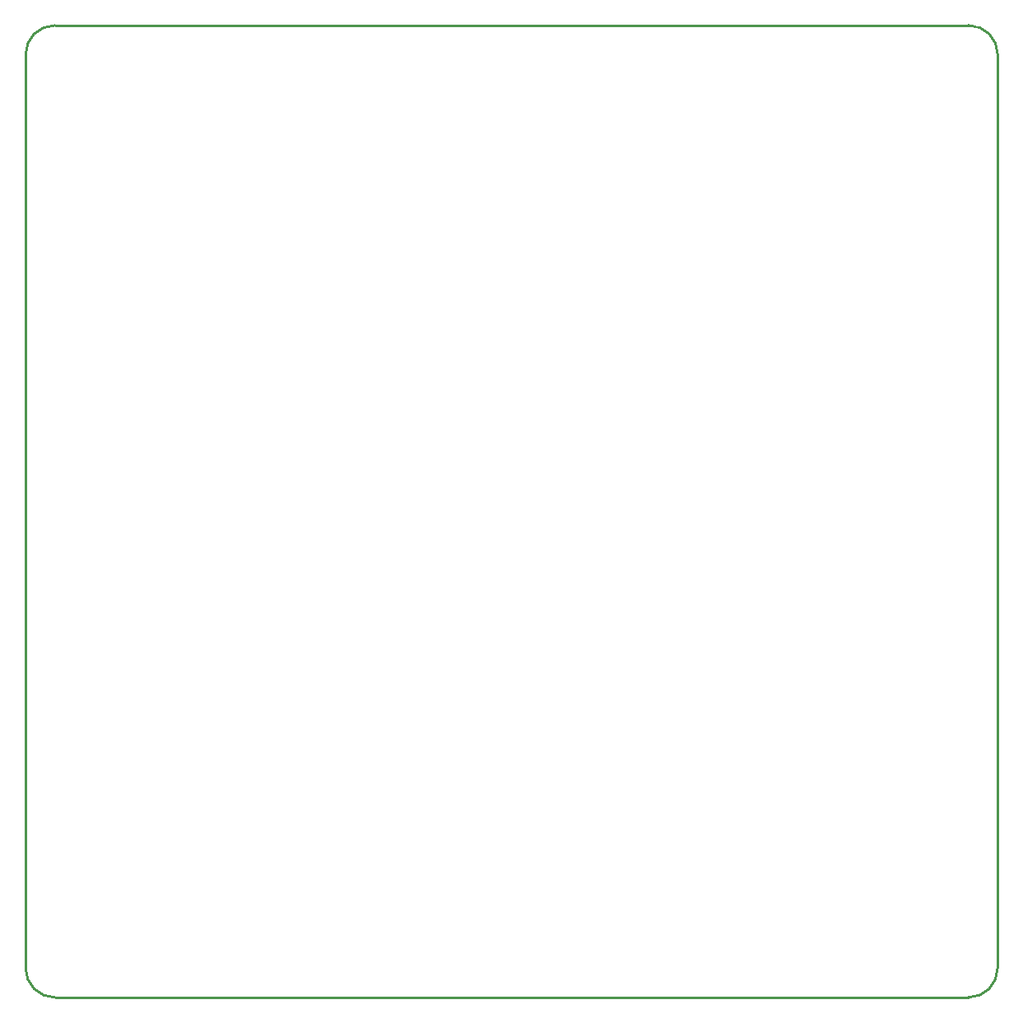
<source format=gko>
G04*
G04 #@! TF.GenerationSoftware,Altium Limited,Altium Designer,21.0.5 (76)*
G04*
G04 Layer_Color=16711935*
%FSLAX24Y24*%
%MOIN*%
G70*
G04*
G04 #@! TF.SameCoordinates,1F1A31E2-E608-47EA-9DE2-FAD69E6EB028*
G04*
G04*
G04 #@! TF.FilePolarity,Positive*
G04*
G01*
G75*
%ADD11C,0.0100*%
D11*
X0Y38189D02*
G03*
X-1181Y37008I0J-1181D01*
G01*
Y0D02*
G03*
X0Y-1181I1181J0D01*
G01*
X37008D02*
G03*
X38189Y0I0J1181D01*
G01*
Y37008D02*
G03*
X37008Y38189I-1181J0D01*
G01*
X-1181Y0D02*
Y37008D01*
X-0Y-1181D02*
X37008D01*
X38189Y0D02*
Y37008D01*
X-0Y38189D02*
X37008D01*
M02*

</source>
